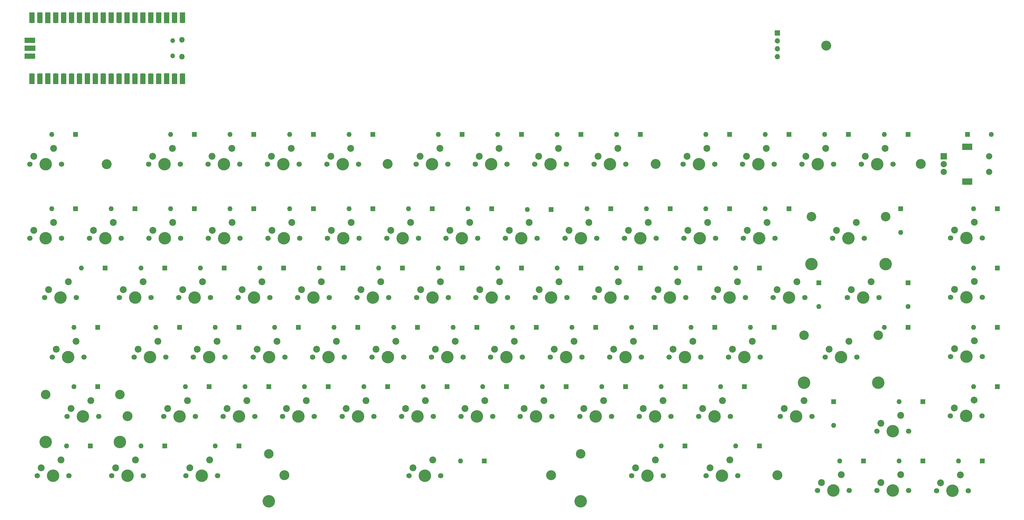
<source format=gbr>
%TF.GenerationSoftware,KiCad,Pcbnew,9.0.0-rc1-116-g42b204fc74*%
%TF.CreationDate,2025-03-01T19:27:56+05:30*%
%TF.ProjectId,nimitboard78,6e696d69-7462-46f6-9172-6437382e6b69,rev?*%
%TF.SameCoordinates,Original*%
%TF.FileFunction,Soldermask,Top*%
%TF.FilePolarity,Negative*%
%FSLAX46Y46*%
G04 Gerber Fmt 4.6, Leading zero omitted, Abs format (unit mm)*
G04 Created by KiCad (PCBNEW 9.0.0-rc1-116-g42b204fc74) date 2025-03-01 19:27:56*
%MOMM*%
%LPD*%
G01*
G04 APERTURE LIST*
%ADD10C,1.700000*%
%ADD11C,4.000000*%
%ADD12C,2.200000*%
%ADD13C,3.200000*%
%ADD14R,1.700000X1.700000*%
%ADD15O,1.700000X1.700000*%
%ADD16C,3.050000*%
%ADD17R,2.000000X2.000000*%
%ADD18C,2.000000*%
%ADD19R,3.200000X2.000000*%
%ADD20O,1.800000X1.800000*%
%ADD21O,1.500000X1.500000*%
%ADD22R,1.700000X3.500000*%
%ADD23R,3.500000X1.700000*%
%ADD24R,1.600000X1.600000*%
%ADD25O,1.600000X1.600000*%
G04 APERTURE END LIST*
D10*
%TO.C,SW70*%
X49740500Y-181146000D03*
D11*
X54820500Y-181146000D03*
D10*
X59900500Y-181146000D03*
D12*
X57360500Y-176066000D03*
X51010500Y-178606000D03*
%TD*%
D13*
%TO.C,H6*%
X129000000Y-181000000D03*
%TD*%
D10*
%TO.C,SW47*%
X99768752Y-143010000D03*
D11*
X104848752Y-143010000D03*
D10*
X109928752Y-143010000D03*
D12*
X107388752Y-137930000D03*
X101038752Y-140470000D03*
%TD*%
D10*
%TO.C,SW76*%
X73575500Y-181146000D03*
D11*
X78655500Y-181146000D03*
D10*
X83735500Y-181146000D03*
D12*
X81195500Y-176066000D03*
X74845500Y-178606000D03*
%TD*%
D10*
%TO.C,SW12*%
X294922500Y-81039000D03*
D11*
X300002500Y-81039000D03*
D10*
X305082500Y-81039000D03*
D12*
X302542500Y-75959000D03*
X296192500Y-78499000D03*
%TD*%
D10*
%TO.C,SW22*%
X180798000Y-104874000D03*
D11*
X185878000Y-104874000D03*
D10*
X190958000Y-104874000D03*
D12*
X188418000Y-99794000D03*
X182068000Y-102334000D03*
%TD*%
D10*
%TO.C,SW10*%
X256822500Y-81039000D03*
D11*
X261902500Y-81039000D03*
D10*
X266982500Y-81039000D03*
D12*
X264442500Y-75959000D03*
X258092500Y-78499000D03*
%TD*%
D10*
%TO.C,SW1*%
X47357000Y-81039000D03*
D11*
X52437000Y-81039000D03*
D10*
X57517000Y-81039000D03*
D12*
X54977000Y-75959000D03*
X48627000Y-78499000D03*
%TD*%
D10*
%TO.C,SW11*%
X275872500Y-81039000D03*
D11*
X280952500Y-81039000D03*
D10*
X286032500Y-81039000D03*
D12*
X283492500Y-75959000D03*
X277142500Y-78499000D03*
%TD*%
D10*
%TO.C,SW7*%
X190147500Y-81039000D03*
D11*
X195227500Y-81039000D03*
D10*
X200307500Y-81039000D03*
D12*
X197767500Y-75959000D03*
X191417500Y-78499000D03*
%TD*%
D10*
%TO.C,SW69*%
X242737000Y-162078000D03*
D11*
X247817000Y-162078000D03*
D10*
X252897000Y-162078000D03*
D12*
X250357000Y-156998000D03*
X244007000Y-159538000D03*
%TD*%
D13*
%TO.C,H7*%
X214515000Y-181000000D03*
%TD*%
%TO.C,H5*%
X78655500Y-162000000D03*
%TD*%
D10*
%TO.C,SW80*%
X240336000Y-181146000D03*
D11*
X245416000Y-181146000D03*
D10*
X250496000Y-181146000D03*
D12*
X247956000Y-176066000D03*
X241606000Y-178606000D03*
%TD*%
D10*
%TO.C,SW40*%
X247540500Y-123942000D03*
D11*
X252620500Y-123942000D03*
D10*
X257700500Y-123942000D03*
D12*
X255160500Y-118862000D03*
X248810500Y-121402000D03*
%TD*%
D10*
%TO.C,SW4*%
X123557000Y-81039000D03*
D11*
X128637000Y-81039000D03*
D10*
X133717000Y-81039000D03*
D12*
X131177000Y-75959000D03*
X124827000Y-78499000D03*
%TD*%
D10*
%TO.C,SW53*%
X214202000Y-143010000D03*
D11*
X219282000Y-143010000D03*
D10*
X224362000Y-143010000D03*
D12*
X221822000Y-137930000D03*
X215472000Y-140470000D03*
%TD*%
D10*
%TO.C,SW15*%
X47357000Y-104874000D03*
D11*
X52437000Y-104874000D03*
D10*
X57517000Y-104874000D03*
D12*
X54977000Y-99794000D03*
X48627000Y-102334000D03*
%TD*%
D10*
%TO.C,SW31*%
X76013000Y-123942000D03*
D11*
X81093000Y-123942000D03*
D10*
X86173000Y-123942000D03*
D12*
X83633000Y-118862000D03*
X77283000Y-121402000D03*
%TD*%
D10*
%TO.C,SW68*%
X223669000Y-162078000D03*
D11*
X228749000Y-162078000D03*
D10*
X233829000Y-162078000D03*
D12*
X231289000Y-156998000D03*
X224939000Y-159538000D03*
%TD*%
D10*
%TO.C,SW38*%
X209404500Y-123942000D03*
D11*
X214484500Y-123942000D03*
D10*
X219564500Y-123942000D03*
D12*
X217024500Y-118862000D03*
X210674500Y-121402000D03*
%TD*%
D10*
%TO.C,SW34*%
X133217000Y-123942000D03*
D11*
X138297000Y-123942000D03*
D10*
X143377000Y-123942000D03*
D12*
X140837000Y-118862000D03*
X134487000Y-121402000D03*
%TD*%
D14*
%TO.C,J2*%
X287000000Y-38920000D03*
D15*
X287000000Y-41460000D03*
X287000000Y-44000000D03*
X287000000Y-46540000D03*
%TD*%
D10*
%TO.C,SW73*%
X318991500Y-185913000D03*
D11*
X324071500Y-185913000D03*
D10*
X329151500Y-185913000D03*
D12*
X326611500Y-180833000D03*
X320261500Y-183373000D03*
%TD*%
D10*
%TO.C,SW56*%
X271406000Y-143010000D03*
D11*
X276486000Y-143010000D03*
D10*
X281566000Y-143010000D03*
D12*
X279026000Y-137930000D03*
X272676000Y-140470000D03*
%TD*%
D10*
%TO.C,SW67*%
X204601000Y-162078000D03*
D11*
X209681000Y-162078000D03*
D10*
X214761000Y-162078000D03*
D12*
X212221000Y-156998000D03*
X205871000Y-159538000D03*
%TD*%
D10*
%TO.C,SW27*%
X276138000Y-104874000D03*
D11*
X281218000Y-104874000D03*
D10*
X286298000Y-104874000D03*
D12*
X283758000Y-99794000D03*
X277408000Y-102334000D03*
%TD*%
D10*
%TO.C,SW8*%
X209197500Y-81039000D03*
D11*
X214277500Y-81039000D03*
D10*
X219357500Y-81039000D03*
D12*
X216817500Y-75959000D03*
X210467500Y-78499000D03*
%TD*%
D10*
%TO.C,SW50*%
X157071752Y-143010000D03*
D11*
X162151752Y-143010000D03*
D10*
X167231752Y-143010000D03*
D12*
X164691752Y-137930000D03*
X158341752Y-140470000D03*
%TD*%
D10*
%TO.C,SW2*%
X85457000Y-81039000D03*
D11*
X90537000Y-81039000D03*
D10*
X95617000Y-81039000D03*
D12*
X93077000Y-75959000D03*
X86727000Y-78499000D03*
%TD*%
D10*
%TO.C,SW44*%
X342582500Y-142875000D03*
D11*
X347662500Y-142875000D03*
D10*
X352742500Y-142875000D03*
D12*
X350202500Y-137795000D03*
X343852500Y-140335000D03*
%TD*%
D10*
%TO.C,SW32*%
X95081000Y-123942000D03*
D11*
X100161000Y-123942000D03*
D10*
X105241000Y-123942000D03*
D12*
X102701000Y-118862000D03*
X96351000Y-121402000D03*
%TD*%
D10*
%TO.C,SW5*%
X142607000Y-81039000D03*
D11*
X147687000Y-81039000D03*
D10*
X152767000Y-81039000D03*
D12*
X150227000Y-75959000D03*
X143877000Y-78499000D03*
%TD*%
D10*
%TO.C,SW77*%
X97410500Y-181146000D03*
D11*
X102490500Y-181146000D03*
D10*
X107570500Y-181146000D03*
D12*
X105030500Y-176066000D03*
X98680500Y-178606000D03*
%TD*%
D10*
%TO.C,SW52*%
X195123252Y-143010000D03*
D11*
X200203252Y-143010000D03*
D10*
X205283252Y-143010000D03*
D12*
X202743252Y-137930000D03*
X196393252Y-140470000D03*
%TD*%
D13*
%TO.C,H2*%
X162078000Y-81000000D03*
%TD*%
D10*
%TO.C,SW29*%
X342552000Y-123825000D03*
D11*
X347632000Y-123825000D03*
D10*
X352712000Y-123825000D03*
D12*
X350172000Y-118745000D03*
X343822000Y-121285000D03*
%TD*%
D10*
%TO.C,SW62*%
X128413500Y-162078000D03*
D11*
X133493500Y-162078000D03*
D10*
X138573500Y-162078000D03*
D12*
X136033500Y-156998000D03*
X129683500Y-159538000D03*
%TD*%
D10*
%TO.C,SW75*%
X318991500Y-166845000D03*
D11*
X324071500Y-166845000D03*
D10*
X329151500Y-166845000D03*
D12*
X326611500Y-161765000D03*
X320261500Y-164305000D03*
%TD*%
D10*
%TO.C,SW46*%
X80799752Y-143010000D03*
D11*
X85879752Y-143010000D03*
D10*
X90959752Y-143010000D03*
D12*
X88419752Y-137930000D03*
X82069752Y-140470000D03*
%TD*%
D10*
%TO.C,SW30*%
X52124000Y-123942000D03*
D11*
X57204000Y-123942000D03*
D10*
X62284000Y-123942000D03*
D12*
X59744000Y-118862000D03*
X53394000Y-121402000D03*
%TD*%
D16*
%TO.C,SW59*%
X52454500Y-155078000D03*
D11*
X52454500Y-170318000D03*
D10*
X59274500Y-162078000D03*
D11*
X64354500Y-162078000D03*
D10*
X69434500Y-162078000D03*
D16*
X76254500Y-155078000D03*
D11*
X76254500Y-170318000D03*
D12*
X66894500Y-156998000D03*
X60544500Y-159538000D03*
%TD*%
D10*
%TO.C,SW49*%
X138003752Y-143010000D03*
D11*
X143083752Y-143010000D03*
D10*
X148163752Y-143010000D03*
D12*
X145623752Y-137930000D03*
X139273752Y-140470000D03*
%TD*%
D10*
%TO.C,SW72*%
X299923500Y-185913000D03*
D11*
X305003500Y-185913000D03*
D10*
X310083500Y-185913000D03*
D12*
X307543500Y-180833000D03*
X301193500Y-183373000D03*
%TD*%
D13*
%TO.C,H8*%
X287000000Y-181000000D03*
%TD*%
D10*
%TO.C,SW16*%
X66474500Y-104874000D03*
D11*
X71554500Y-104874000D03*
D10*
X76634500Y-104874000D03*
D12*
X74094500Y-99794000D03*
X67744500Y-102334000D03*
%TD*%
D10*
%TO.C,SW64*%
X147481500Y-162078000D03*
D11*
X152561500Y-162078000D03*
D10*
X157641500Y-162078000D03*
D12*
X155101500Y-156998000D03*
X148751500Y-159538000D03*
%TD*%
D10*
%TO.C,SW71*%
X288006000Y-162078000D03*
D11*
X293086000Y-162078000D03*
D10*
X298166000Y-162078000D03*
D12*
X295626000Y-156998000D03*
X289276000Y-159538000D03*
%TD*%
D10*
%TO.C,SW6*%
X171182000Y-81039000D03*
D11*
X176262000Y-81039000D03*
D10*
X181342000Y-81039000D03*
D12*
X178802000Y-75959000D03*
X172452000Y-78499000D03*
%TD*%
D10*
%TO.C,SW65*%
X166549500Y-162078000D03*
D11*
X171629500Y-162078000D03*
D10*
X176709500Y-162078000D03*
D12*
X174169500Y-156998000D03*
X167819500Y-159538000D03*
%TD*%
D10*
%TO.C,SW26*%
X257070000Y-104874000D03*
D11*
X262150000Y-104874000D03*
D10*
X267230000Y-104874000D03*
D12*
X264690000Y-99794000D03*
X258340000Y-102334000D03*
%TD*%
D10*
%TO.C,SW17*%
X85542500Y-104874000D03*
D11*
X90622500Y-104874000D03*
D10*
X95702500Y-104874000D03*
D12*
X93162500Y-99794000D03*
X86812500Y-102334000D03*
%TD*%
D10*
%TO.C,SW55*%
X252338000Y-143010000D03*
D11*
X257418000Y-143010000D03*
D10*
X262498000Y-143010000D03*
D12*
X259958000Y-137930000D03*
X253608000Y-140470000D03*
%TD*%
D10*
%TO.C,SW42*%
X285676500Y-123942000D03*
D11*
X290756500Y-123942000D03*
D10*
X295836500Y-123942000D03*
D12*
X293296500Y-118862000D03*
X286946500Y-121402000D03*
%TD*%
D17*
%TO.C,SW81*%
X340412500Y-78539000D03*
D18*
X340412500Y-83539000D03*
X340412500Y-81039000D03*
D19*
X347912500Y-75439000D03*
X347912500Y-86639000D03*
D18*
X354912500Y-83539000D03*
X354912500Y-78539000D03*
%TD*%
D13*
%TO.C,H4*%
X333000000Y-81000000D03*
%TD*%
D10*
%TO.C,SW79*%
X264171000Y-181146000D03*
D11*
X269251000Y-181146000D03*
D10*
X274331000Y-181146000D03*
D12*
X271791000Y-176066000D03*
X265441000Y-178606000D03*
%TD*%
D10*
%TO.C,SW3*%
X104507000Y-81039000D03*
D11*
X109587000Y-81039000D03*
D10*
X114667000Y-81039000D03*
D12*
X112127000Y-75959000D03*
X105777000Y-78499000D03*
%TD*%
D10*
%TO.C,SW39*%
X228472500Y-123942000D03*
D11*
X233552500Y-123942000D03*
D10*
X238632500Y-123942000D03*
D12*
X236092500Y-118862000D03*
X229742500Y-121402000D03*
%TD*%
D10*
%TO.C,SW19*%
X123678500Y-104874000D03*
D11*
X128758500Y-104874000D03*
D10*
X133838500Y-104874000D03*
D12*
X131298500Y-99794000D03*
X124948500Y-102334000D03*
%TD*%
D16*
%TO.C,SW57*%
X295571500Y-136010000D03*
D11*
X295571500Y-151250000D03*
D10*
X302391500Y-143010000D03*
D11*
X307471500Y-143010000D03*
D10*
X312551500Y-143010000D03*
D16*
X319371500Y-136010000D03*
D11*
X319371500Y-151250000D03*
D12*
X310011500Y-137930000D03*
X303661500Y-140470000D03*
%TD*%
D10*
%TO.C,SW45*%
X54507500Y-143010000D03*
D11*
X59587500Y-143010000D03*
D10*
X64667500Y-143010000D03*
D12*
X62127500Y-137930000D03*
X55777500Y-140470000D03*
%TD*%
D10*
%TO.C,SW9*%
X228247500Y-81039000D03*
D11*
X233327500Y-81039000D03*
D10*
X238407500Y-81039000D03*
D12*
X235867500Y-75959000D03*
X229517500Y-78499000D03*
%TD*%
D10*
%TO.C,SW51*%
X176139752Y-143010000D03*
D11*
X181219752Y-143010000D03*
D10*
X186299752Y-143010000D03*
D12*
X183759752Y-137930000D03*
X177409752Y-140470000D03*
%TD*%
D13*
%TO.C,H9*%
X302704500Y-43000000D03*
%TD*%
D20*
%TO.C,U1*%
X96150000Y-41085000D03*
D21*
X93120000Y-41385000D03*
X93120000Y-46235000D03*
D20*
X96150000Y-46535000D03*
D15*
X96280000Y-34920000D03*
D22*
X96280000Y-34020000D03*
D15*
X93740000Y-34920000D03*
D22*
X93740000Y-34020000D03*
D14*
X91200000Y-34920000D03*
D22*
X91200000Y-34020000D03*
D15*
X88660000Y-34920000D03*
D22*
X88660000Y-34020000D03*
D15*
X86120000Y-34920000D03*
D22*
X86120000Y-34020000D03*
D15*
X83580000Y-34920000D03*
D22*
X83580000Y-34020000D03*
D15*
X81040000Y-34920000D03*
D22*
X81040000Y-34020000D03*
D14*
X78500000Y-34920000D03*
D22*
X78500000Y-34020000D03*
D15*
X75960000Y-34920000D03*
D22*
X75960000Y-34020000D03*
D15*
X73420000Y-34920000D03*
D22*
X73420000Y-34020000D03*
D15*
X70880000Y-34920000D03*
D22*
X70880000Y-34020000D03*
D15*
X68340000Y-34920000D03*
D22*
X68340000Y-34020000D03*
D14*
X65800000Y-34920000D03*
D22*
X65800000Y-34020000D03*
D15*
X63260000Y-34920000D03*
D22*
X63260000Y-34020000D03*
D15*
X60720000Y-34920000D03*
D22*
X60720000Y-34020000D03*
D15*
X58180000Y-34920000D03*
D22*
X58180000Y-34020000D03*
D15*
X55640000Y-34920000D03*
D22*
X55640000Y-34020000D03*
D14*
X53100000Y-34920000D03*
D22*
X53100000Y-34020000D03*
D15*
X50560000Y-34920000D03*
D22*
X50560000Y-34020000D03*
D15*
X48020000Y-34920000D03*
D22*
X48020000Y-34020000D03*
D15*
X48020000Y-52700000D03*
D22*
X48020000Y-53600000D03*
D15*
X50560000Y-52700000D03*
D22*
X50560000Y-53600000D03*
D14*
X53100000Y-52700000D03*
D22*
X53100000Y-53600000D03*
D15*
X55640000Y-52700000D03*
D22*
X55640000Y-53600000D03*
D15*
X58180000Y-52700000D03*
D22*
X58180000Y-53600000D03*
D15*
X60720000Y-52700000D03*
D22*
X60720000Y-53600000D03*
D15*
X63260000Y-52700000D03*
D22*
X63260000Y-53600000D03*
D14*
X65800000Y-52700000D03*
D22*
X65800000Y-53600000D03*
D15*
X68340000Y-52700000D03*
D22*
X68340000Y-53600000D03*
D15*
X70880000Y-52700000D03*
D22*
X70880000Y-53600000D03*
D15*
X73420000Y-52700000D03*
D22*
X73420000Y-53600000D03*
D15*
X75960000Y-52700000D03*
D22*
X75960000Y-53600000D03*
D14*
X78500000Y-52700000D03*
D22*
X78500000Y-53600000D03*
D15*
X81040000Y-52700000D03*
D22*
X81040000Y-53600000D03*
D15*
X83580000Y-52700000D03*
D22*
X83580000Y-53600000D03*
D15*
X86120000Y-52700000D03*
D22*
X86120000Y-53600000D03*
D15*
X88660000Y-52700000D03*
D22*
X88660000Y-53600000D03*
D14*
X91200000Y-52700000D03*
D22*
X91200000Y-53600000D03*
D15*
X93740000Y-52700000D03*
D22*
X93740000Y-53600000D03*
D15*
X96280000Y-52700000D03*
D22*
X96280000Y-53600000D03*
D15*
X48250000Y-41270000D03*
D23*
X47350000Y-41270000D03*
D14*
X48250000Y-43810000D03*
D23*
X47350000Y-43810000D03*
D15*
X48250000Y-46350000D03*
D23*
X47350000Y-46350000D03*
%TD*%
D10*
%TO.C,SW25*%
X238002000Y-104874000D03*
D11*
X243082000Y-104874000D03*
D10*
X248162000Y-104874000D03*
D12*
X245622000Y-99794000D03*
X239272000Y-102334000D03*
%TD*%
D10*
%TO.C,SW54*%
X233259252Y-143010000D03*
D11*
X238339252Y-143010000D03*
D10*
X243419252Y-143010000D03*
D12*
X240879252Y-137930000D03*
X234529252Y-140470000D03*
%TD*%
D10*
%TO.C,SW43*%
X309511500Y-123942000D03*
D11*
X314591500Y-123942000D03*
D10*
X319671500Y-123942000D03*
D12*
X317131500Y-118862000D03*
X310781500Y-121402000D03*
%TD*%
D10*
%TO.C,SW20*%
X142746500Y-104874000D03*
D11*
X147826500Y-104874000D03*
D10*
X152906500Y-104874000D03*
D12*
X150366500Y-99794000D03*
X144016500Y-102334000D03*
%TD*%
D10*
%TO.C,SW21*%
X161814500Y-104874000D03*
D11*
X166894500Y-104874000D03*
D10*
X171974500Y-104874000D03*
D12*
X169434500Y-99794000D03*
X163084500Y-102334000D03*
%TD*%
D13*
%TO.C,H3*%
X248000000Y-81000000D03*
%TD*%
%TO.C,H1*%
X72000000Y-81039000D03*
%TD*%
D10*
%TO.C,SW37*%
X190336500Y-123942000D03*
D11*
X195416500Y-123942000D03*
D10*
X200496500Y-123942000D03*
D12*
X197956500Y-118862000D03*
X191606500Y-121402000D03*
%TD*%
D10*
%TO.C,SW24*%
X218934000Y-104874000D03*
D11*
X224014000Y-104874000D03*
D10*
X229094000Y-104874000D03*
D12*
X226554000Y-99794000D03*
X220204000Y-102334000D03*
%TD*%
D10*
%TO.C,SW41*%
X266608500Y-123942000D03*
D11*
X271688500Y-123942000D03*
D10*
X276768500Y-123942000D03*
D12*
X274228500Y-118862000D03*
X267878500Y-121402000D03*
%TD*%
D10*
%TO.C,SW36*%
X171353000Y-123942000D03*
D11*
X176433000Y-123942000D03*
D10*
X181513000Y-123942000D03*
D12*
X178973000Y-118862000D03*
X172623000Y-121402000D03*
%TD*%
D10*
%TO.C,SW13*%
X313972500Y-81039000D03*
D11*
X319052500Y-81039000D03*
D10*
X324132500Y-81039000D03*
D12*
X321592500Y-75959000D03*
X315242500Y-78499000D03*
%TD*%
D10*
%TO.C,SW14*%
X342547500Y-104775000D03*
D11*
X347627500Y-104775000D03*
D10*
X352707500Y-104775000D03*
D12*
X350167500Y-99695000D03*
X343817500Y-102235000D03*
%TD*%
D10*
%TO.C,SW63*%
X261787500Y-162078000D03*
D11*
X266867500Y-162078000D03*
D10*
X271947500Y-162078000D03*
D12*
X269407500Y-156998000D03*
X263057500Y-159538000D03*
%TD*%
D10*
%TO.C,SW60*%
X90277500Y-162078000D03*
D11*
X95357500Y-162078000D03*
D10*
X100437500Y-162078000D03*
D12*
X97897500Y-156998000D03*
X91547500Y-159538000D03*
%TD*%
D10*
%TO.C,SW33*%
X114149000Y-123942000D03*
D11*
X119229000Y-123942000D03*
D10*
X124309000Y-123942000D03*
D12*
X121769000Y-118862000D03*
X115419000Y-121402000D03*
%TD*%
D10*
%TO.C,SW48*%
X118935752Y-143010000D03*
D11*
X124015752Y-143010000D03*
D10*
X129095752Y-143010000D03*
D12*
X126555752Y-137930000D03*
X120205752Y-140470000D03*
%TD*%
D10*
%TO.C,SW35*%
X152285000Y-123942000D03*
D11*
X157365000Y-123942000D03*
D10*
X162445000Y-123942000D03*
D12*
X159905000Y-118862000D03*
X153555000Y-121402000D03*
%TD*%
D10*
%TO.C,SW74*%
X338059500Y-186000000D03*
D11*
X343139500Y-186000000D03*
D10*
X348219500Y-186000000D03*
D12*
X345679500Y-180920000D03*
X339329500Y-183460000D03*
%TD*%
D10*
%TO.C,SW58*%
X342498000Y-161925000D03*
D11*
X347578000Y-161925000D03*
D10*
X352658000Y-161925000D03*
D12*
X350118000Y-156845000D03*
X343768000Y-159385000D03*
%TD*%
D10*
%TO.C,SW66*%
X185617500Y-162078000D03*
D11*
X190697500Y-162078000D03*
D10*
X195777500Y-162078000D03*
D12*
X193237500Y-156998000D03*
X186887500Y-159538000D03*
%TD*%
D10*
%TO.C,SW61*%
X109345500Y-162078000D03*
D11*
X114425500Y-162078000D03*
D10*
X119505500Y-162078000D03*
D12*
X116965500Y-156998000D03*
X110615500Y-159538000D03*
%TD*%
D16*
%TO.C,SW28*%
X297920000Y-97874000D03*
D11*
X297920000Y-113114000D03*
D10*
X304740000Y-104874000D03*
D11*
X309820000Y-104874000D03*
D10*
X314900000Y-104874000D03*
D16*
X321720000Y-97874000D03*
D11*
X321720000Y-113114000D03*
D12*
X312360000Y-99794000D03*
X306010000Y-102334000D03*
%TD*%
D16*
%TO.C,SW78*%
X123995500Y-174146000D03*
D11*
X123995500Y-189386000D03*
D10*
X168915500Y-181146000D03*
D11*
X173995500Y-181146000D03*
D10*
X179075500Y-181146000D03*
D16*
X223995500Y-174146000D03*
D11*
X223995500Y-189386000D03*
D12*
X176535500Y-176066000D03*
X170185500Y-178606000D03*
%TD*%
D10*
%TO.C,SW23*%
X199866000Y-104874000D03*
D11*
X204946000Y-104874000D03*
D10*
X210026000Y-104874000D03*
D12*
X207486000Y-99794000D03*
X201136000Y-102334000D03*
%TD*%
D10*
%TO.C,SW18*%
X104610500Y-104874000D03*
D11*
X109690500Y-104874000D03*
D10*
X114770500Y-104874000D03*
D12*
X112230500Y-99794000D03*
X105880500Y-102334000D03*
%TD*%
D24*
%TO.C,D77*%
X281253000Y-171612000D03*
D25*
X273633000Y-171612000D03*
%TD*%
D24*
%TO.C,D32*%
X90573000Y-114408000D03*
D25*
X82953000Y-114408000D03*
%TD*%
D24*
%TO.C,D69*%
X143010000Y-152544000D03*
D25*
X135390000Y-152544000D03*
%TD*%
D24*
%TO.C,D8*%
X185913000Y-71505000D03*
D25*
X178293000Y-71505000D03*
%TD*%
D24*
%TO.C,D28*%
X100107000Y-95340000D03*
D25*
X92487000Y-95340000D03*
%TD*%
D24*
%TO.C,D21*%
X233583000Y-95340000D03*
D25*
X225963000Y-95340000D03*
%TD*%
D24*
%TO.C,D52*%
X276486000Y-152544000D03*
D25*
X268866000Y-152544000D03*
%TD*%
D24*
%TO.C,D2*%
X81039000Y-95340000D03*
D25*
X73419000Y-95340000D03*
%TD*%
D24*
%TO.C,D31*%
X71505000Y-114408000D03*
D25*
X63885000Y-114408000D03*
%TD*%
D24*
%TO.C,D64*%
X95340000Y-133476000D03*
D25*
X87720000Y-133476000D03*
%TD*%
D24*
%TO.C,D3*%
X61971000Y-71505000D03*
D25*
X54351000Y-71505000D03*
%TD*%
D24*
%TO.C,D40*%
X243117000Y-114408000D03*
D25*
X235497000Y-114408000D03*
%TD*%
D24*
%TO.C,D49*%
X305088000Y-157311000D03*
D25*
X305088000Y-164931000D03*
%TD*%
D24*
%TO.C,D46*%
X357525000Y-152544000D03*
D25*
X349905000Y-152544000D03*
%TD*%
D24*
%TO.C,D27*%
X119175000Y-95340000D03*
D25*
X111555000Y-95340000D03*
%TD*%
D24*
%TO.C,D25*%
X157311000Y-95340000D03*
D25*
X149691000Y-95340000D03*
%TD*%
D24*
%TO.C,D15*%
X328923000Y-71505000D03*
D25*
X321303000Y-71505000D03*
%TD*%
D24*
%TO.C,D42*%
X281253000Y-114408000D03*
D25*
X273633000Y-114408000D03*
%TD*%
D24*
%TO.C,D58*%
X347991000Y-71505000D03*
D25*
X355611000Y-71505000D03*
%TD*%
D24*
%TO.C,D26*%
X138243000Y-95340000D03*
D25*
X130623000Y-95340000D03*
%TD*%
D24*
%TO.C,D81*%
X352758000Y-176379000D03*
D25*
X345138000Y-176379000D03*
%TD*%
D24*
%TO.C,D33*%
X109641000Y-114408000D03*
D25*
X102021000Y-114408000D03*
%TD*%
D24*
%TO.C,D9*%
X204981000Y-71505000D03*
D25*
X197361000Y-71505000D03*
%TD*%
D24*
%TO.C,D76*%
X193063500Y-176379000D03*
D25*
X185443500Y-176379000D03*
%TD*%
D24*
%TO.C,D39*%
X224049000Y-114408000D03*
D25*
X216429000Y-114408000D03*
%TD*%
D24*
%TO.C,D73*%
X66738000Y-171612000D03*
D25*
X59118000Y-171612000D03*
%TD*%
D24*
%TO.C,D17*%
X326539500Y-95340000D03*
D25*
X326539500Y-102960000D03*
%TD*%
D24*
%TO.C,D16*%
X357525000Y-95340000D03*
D25*
X349905000Y-95340000D03*
%TD*%
D24*
%TO.C,D4*%
X100107000Y-71505000D03*
D25*
X92487000Y-71505000D03*
%TD*%
D24*
%TO.C,D44*%
X328923000Y-119175000D03*
D25*
X328923000Y-126795000D03*
%TD*%
D24*
%TO.C,D5*%
X119175000Y-71505000D03*
D25*
X111555000Y-71505000D03*
%TD*%
D24*
%TO.C,D11*%
X243117000Y-71505000D03*
D25*
X235497000Y-71505000D03*
%TD*%
D24*
%TO.C,D38*%
X204981000Y-114408000D03*
D25*
X197361000Y-114408000D03*
%TD*%
D24*
%TO.C,D65*%
X69121500Y-133476000D03*
D25*
X61501500Y-133476000D03*
%TD*%
D24*
%TO.C,D59*%
X190680000Y-133476000D03*
D25*
X183060000Y-133476000D03*
%TD*%
D24*
%TO.C,D29*%
X209748000Y-133476000D03*
D25*
X202128000Y-133476000D03*
%TD*%
D24*
%TO.C,D19*%
X271719000Y-95340000D03*
D25*
X264099000Y-95340000D03*
%TD*%
D24*
%TO.C,D71*%
X181146000Y-152544000D03*
D25*
X173526000Y-152544000D03*
%TD*%
D24*
%TO.C,D24*%
X176379000Y-95340000D03*
D25*
X168759000Y-95340000D03*
%TD*%
D24*
%TO.C,D53*%
X257418000Y-152544000D03*
D25*
X249798000Y-152544000D03*
%TD*%
D24*
%TO.C,D51*%
X266952000Y-133476000D03*
D25*
X259332000Y-133476000D03*
%TD*%
D24*
%TO.C,D14*%
X309855000Y-71505000D03*
D25*
X302235000Y-71505000D03*
%TD*%
D24*
%TO.C,D72*%
X200214000Y-152544000D03*
D25*
X192594000Y-152544000D03*
%TD*%
D24*
%TO.C,D7*%
X157311000Y-71505000D03*
D25*
X149691000Y-71505000D03*
%TD*%
D24*
%TO.C,D62*%
X133476000Y-133476000D03*
D25*
X125856000Y-133476000D03*
%TD*%
D24*
%TO.C,D63*%
X114408000Y-133476000D03*
D25*
X106788000Y-133476000D03*
%TD*%
D24*
%TO.C,D10*%
X224049000Y-71505000D03*
D25*
X216429000Y-71505000D03*
%TD*%
D24*
%TO.C,D13*%
X290787000Y-71505000D03*
D25*
X283167000Y-71505000D03*
%TD*%
D24*
%TO.C,D41*%
X262185000Y-114408000D03*
D25*
X254565000Y-114408000D03*
%TD*%
D24*
%TO.C,D1*%
X357525000Y-114408000D03*
D25*
X349905000Y-114408000D03*
%TD*%
D24*
%TO.C,D78*%
X257418000Y-171612000D03*
D25*
X249798000Y-171612000D03*
%TD*%
D24*
%TO.C,D34*%
X128709000Y-114408000D03*
D25*
X121089000Y-114408000D03*
%TD*%
D24*
%TO.C,D23*%
X195447000Y-95340000D03*
D25*
X187827000Y-95340000D03*
%TD*%
D24*
%TO.C,D37*%
X185913000Y-114408000D03*
D25*
X178293000Y-114408000D03*
%TD*%
D24*
%TO.C,D67*%
X104874000Y-152544000D03*
D25*
X97254000Y-152544000D03*
%TD*%
D24*
%TO.C,D55*%
X228816000Y-133476000D03*
D25*
X221196000Y-133476000D03*
%TD*%
D24*
%TO.C,D22*%
X214515000Y-95643000D03*
D25*
X206895000Y-95643000D03*
%TD*%
D24*
%TO.C,D74*%
X90573000Y-171612000D03*
D25*
X82953000Y-171612000D03*
%TD*%
D24*
%TO.C,D35*%
X147777000Y-114408000D03*
D25*
X140157000Y-114408000D03*
%TD*%
D24*
%TO.C,D47*%
X328923000Y-133476000D03*
D25*
X321303000Y-133476000D03*
%TD*%
D24*
%TO.C,D61*%
X152544000Y-133476000D03*
D25*
X144924000Y-133476000D03*
%TD*%
D24*
%TO.C,D30*%
X61971000Y-95340000D03*
D25*
X54351000Y-95340000D03*
%TD*%
D24*
%TO.C,D36*%
X166845000Y-114408000D03*
D25*
X159225000Y-114408000D03*
%TD*%
D24*
%TO.C,D54*%
X247884000Y-133476000D03*
D25*
X240264000Y-133476000D03*
%TD*%
D24*
%TO.C,D12*%
X271719000Y-71505000D03*
D25*
X264099000Y-71505000D03*
%TD*%
D24*
%TO.C,D56*%
X238350000Y-152544000D03*
D25*
X230730000Y-152544000D03*
%TD*%
D24*
%TO.C,D68*%
X123942000Y-152544000D03*
D25*
X116322000Y-152544000D03*
%TD*%
D24*
%TO.C,D6*%
X138243000Y-71505000D03*
D25*
X130623000Y-71505000D03*
%TD*%
D24*
%TO.C,D79*%
X314622000Y-176379000D03*
D25*
X307002000Y-176379000D03*
%TD*%
D24*
%TO.C,D57*%
X219282000Y-152544000D03*
D25*
X211662000Y-152544000D03*
%TD*%
D24*
%TO.C,D45*%
X357525000Y-133476000D03*
D25*
X349905000Y-133476000D03*
%TD*%
D24*
%TO.C,D75*%
X114408000Y-171612000D03*
D25*
X106788000Y-171612000D03*
%TD*%
D24*
%TO.C,D48*%
X333690000Y-157311000D03*
D25*
X326070000Y-157311000D03*
%TD*%
D24*
%TO.C,D80*%
X333690000Y-176379000D03*
D25*
X326070000Y-176379000D03*
%TD*%
D24*
%TO.C,D70*%
X162078000Y-152544000D03*
D25*
X154458000Y-152544000D03*
%TD*%
D24*
%TO.C,D18*%
X290787000Y-95340000D03*
D25*
X283167000Y-95340000D03*
%TD*%
D24*
%TO.C,D50*%
X286020000Y-133476000D03*
D25*
X278400000Y-133476000D03*
%TD*%
D24*
%TO.C,D66*%
X69121500Y-152544000D03*
D25*
X61501500Y-152544000D03*
%TD*%
D24*
%TO.C,D20*%
X252651000Y-95340000D03*
D25*
X245031000Y-95340000D03*
%TD*%
D24*
%TO.C,D60*%
X171612000Y-133476000D03*
D25*
X163992000Y-133476000D03*
%TD*%
D24*
%TO.C,D43*%
X300321000Y-119175000D03*
D25*
X300321000Y-126795000D03*
%TD*%
M02*

</source>
